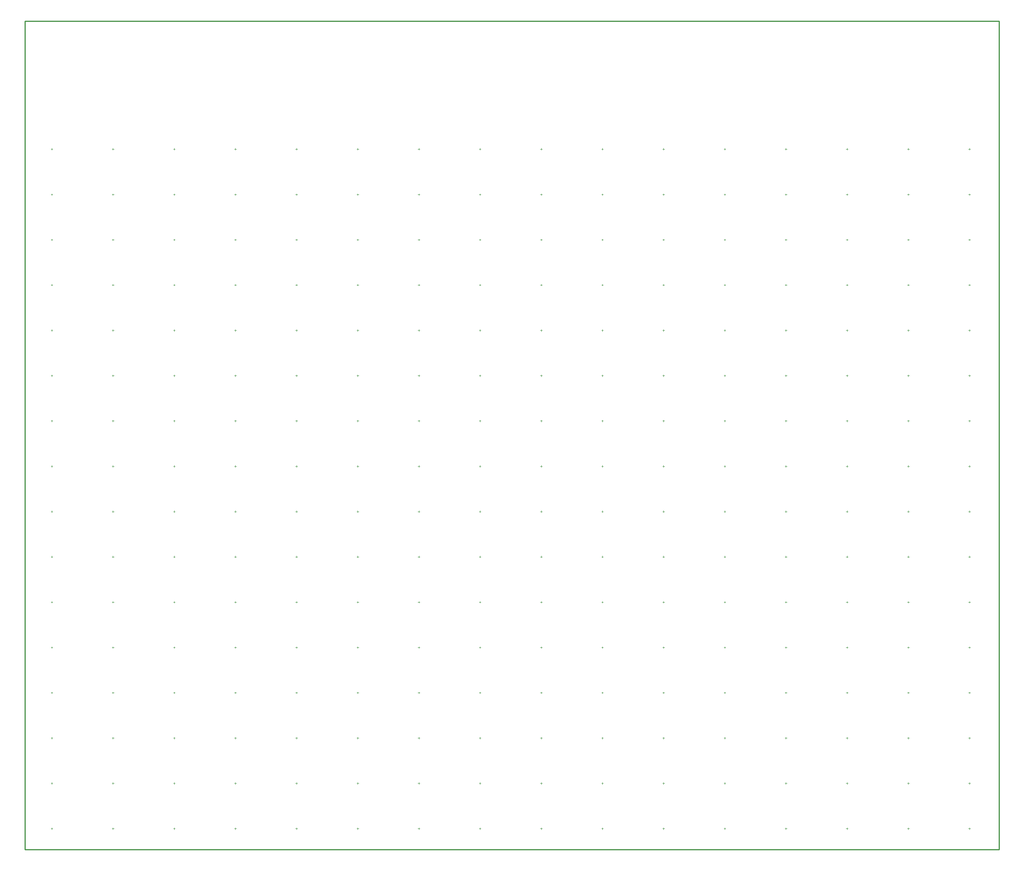
<source format=gbr>
G04 Layer_Color=16711935*
%FSLAX45Y45*%
%MOMM*%
%TF.FileFunction,Other,Board_Outline*%
%TF.Part,Single*%
G01*
G75*
%TA.AperFunction,NonConductor*%
%ADD16C,0.25400*%
%ADD22C,0.10000*%
D16*
X8300000Y11160000D02*
Y29450000D01*
Y11160000D02*
X29800000D01*
Y29450000D01*
X8300000D02*
X29800000D01*
D22*
X8872002Y11625402D02*
X8912001D01*
X8892002Y11605402D02*
Y11645402D01*
X10221996Y11625402D02*
X10261996D01*
X10241996Y11605402D02*
Y11645402D01*
X11571996Y11625402D02*
X11611996D01*
X11591996Y11605402D02*
Y11645402D01*
X12922002Y11625402D02*
X12962001D01*
X12942001Y11605402D02*
Y11645402D01*
X14271996Y11625402D02*
X14311996D01*
X14291995Y11605402D02*
Y11645402D01*
X15622002Y11625402D02*
X15662001D01*
X15642001Y11605402D02*
Y11645402D01*
X16972002Y11625402D02*
X17012001D01*
X16992001Y11605402D02*
Y11645402D01*
X18321996Y11625402D02*
X18361995D01*
X18341995Y11605402D02*
Y11645402D01*
X21022000Y11625402D02*
X21062000D01*
X21042000Y11605402D02*
Y11645402D01*
X22371996Y11625402D02*
X22411995D01*
X22391995Y11605402D02*
Y11645402D01*
X23722000Y11625402D02*
X23762000D01*
X23742000Y11605402D02*
Y11645402D01*
X25072000Y11625402D02*
X25112000D01*
X25092000Y11605402D02*
Y11645402D01*
X26421994Y11625402D02*
X26461993D01*
X26441995Y11605402D02*
Y11645402D01*
X8872002Y12625400D02*
X8912001D01*
X8892002Y12605400D02*
Y12645400D01*
X10222001Y12625400D02*
X10262001D01*
X10242001Y12605400D02*
Y12645400D01*
X11572001Y12625400D02*
X11612001D01*
X11592001Y12605400D02*
Y12645400D01*
X12922002Y12625400D02*
X12962001D01*
X12942001Y12605400D02*
Y12645400D01*
X15621996Y12625400D02*
X15661996D01*
X15641995Y12605400D02*
Y12645400D01*
X16971996Y12625400D02*
X17011995D01*
X16991995Y12605400D02*
Y12645400D01*
X18321996Y12625400D02*
X18361995D01*
X18341995Y12605400D02*
Y12645400D01*
X19672000Y12625400D02*
X19712000D01*
X19692000Y12605400D02*
Y12645400D01*
X21022000Y12625400D02*
X21062000D01*
X21042000Y12605400D02*
Y12645400D01*
X22372000Y12625400D02*
X22412000D01*
X22392000Y12605400D02*
Y12645400D01*
X23721996Y12625400D02*
X23761995D01*
X23741995Y12605400D02*
Y12645400D01*
X25072000Y12625400D02*
X25112000D01*
X25092000Y12605400D02*
Y12645400D01*
X26421994Y12625400D02*
X26461993D01*
X26441995Y12605400D02*
Y12645400D01*
X27771994Y12625400D02*
X27811993D01*
X27791995Y12605400D02*
Y12645400D01*
X29122000Y12625400D02*
X29162000D01*
X29141998Y12605400D02*
Y12645400D01*
X8871996Y13625398D02*
X8911996D01*
X8891996Y13605399D02*
Y13645398D01*
X10221996Y13625398D02*
X10261996D01*
X10241996Y13605399D02*
Y13645398D01*
X11572001Y13625398D02*
X11612001D01*
X11592001Y13605399D02*
Y13645398D01*
X12921996Y13625398D02*
X12961996D01*
X12941995Y13605399D02*
Y13645398D01*
X14271996Y13625398D02*
X14311996D01*
X14291995Y13605399D02*
Y13645398D01*
X15622002Y13625398D02*
X15662001D01*
X15642001Y13605399D02*
Y13645398D01*
X16972002Y13625398D02*
X17012001D01*
X16992001Y13605399D02*
Y13645398D01*
X18321996Y13625398D02*
X18361995D01*
X18341995Y13605399D02*
Y13645398D01*
X19672000Y13625398D02*
X19712000D01*
X19692000Y13605399D02*
Y13645398D01*
X21022000Y13625398D02*
X21062000D01*
X21042000Y13605399D02*
Y13645398D01*
X22372000Y13625398D02*
X22412000D01*
X22392000Y13605399D02*
Y13645398D01*
X23722000Y13625398D02*
X23762000D01*
X23742000Y13605399D02*
Y13645398D01*
X25072000Y13625398D02*
X25112000D01*
X25092000Y13605399D02*
Y13645398D01*
X26422000Y13625398D02*
X26462000D01*
X26441998Y13605399D02*
Y13645398D01*
X27772000Y13625398D02*
X27812000D01*
X27791998Y13605399D02*
Y13645398D01*
X29122000Y13625398D02*
X29162000D01*
X29141998Y13605399D02*
Y13645398D01*
X8872002Y14625401D02*
X8912001D01*
X8892002Y14605402D02*
Y14645401D01*
X10222001Y14625401D02*
X10262001D01*
X10242001Y14605402D02*
Y14645401D01*
X11572001Y14625401D02*
X11612001D01*
X11592001Y14605402D02*
Y14645401D01*
X12922002Y14625401D02*
X12962001D01*
X12942001Y14605402D02*
Y14645401D01*
X14272002Y14625401D02*
X14312001D01*
X14292001Y14605402D02*
Y14645401D01*
X15621996Y14625401D02*
X15661996D01*
X15641995Y14605402D02*
Y14645401D01*
X16971996Y14625401D02*
X17011995D01*
X16991995Y14605402D02*
Y14645401D01*
X18321996Y14625401D02*
X18361995D01*
X18341995Y14605402D02*
Y14645401D01*
X19671996Y14625401D02*
X19711995D01*
X19691995Y14605402D02*
Y14645401D01*
X21021996Y14625401D02*
X21061995D01*
X21041995Y14605402D02*
Y14645401D01*
X22371996Y14625401D02*
X22411995D01*
X22391995Y14605402D02*
Y14645401D01*
X23721996Y14625401D02*
X23761995D01*
X23741995Y14605402D02*
Y14645401D01*
X25071996Y14625401D02*
X25111993D01*
X25091995Y14605402D02*
Y14645401D01*
X26421994Y14625401D02*
X26461993D01*
X26441995Y14605402D02*
Y14645401D01*
X27772000Y14625401D02*
X27812000D01*
X27791998Y14605402D02*
Y14645401D01*
X29122000Y14625397D02*
X29162000D01*
X29141998Y14605396D02*
Y14645396D01*
X8872002Y15625398D02*
X8912001D01*
X8892002Y15605399D02*
Y15645399D01*
X10222001Y15625398D02*
X10262001D01*
X10242001Y15605399D02*
Y15645399D01*
X11572001Y15625398D02*
X11612001D01*
X11592001Y15605399D02*
Y15645399D01*
X12922002Y15625398D02*
X12962001D01*
X12942001Y15605399D02*
Y15645399D01*
X14271996Y15625398D02*
X14311996D01*
X14291995Y15605399D02*
Y15645399D01*
X15621996Y15625398D02*
X15661996D01*
X15641995Y15605399D02*
Y15645399D01*
X16971996Y15625398D02*
X17011995D01*
X16991995Y15605399D02*
Y15645399D01*
X18321996Y15625398D02*
X18361995D01*
X18341995Y15605399D02*
Y15645399D01*
X19672000Y15625398D02*
X19712000D01*
X19692000Y15605399D02*
Y15645399D01*
X21022000Y15625398D02*
X21062000D01*
X21042000Y15605399D02*
Y15645399D01*
X22371996Y15625398D02*
X22411995D01*
X22391995Y15605399D02*
Y15645399D01*
X23721996Y15625398D02*
X23761995D01*
X23741995Y15605399D02*
Y15645399D01*
X25072000Y15625398D02*
X25112000D01*
X25092000Y15605399D02*
Y15645399D01*
X26422000Y15625398D02*
X26462000D01*
X26441998Y15605399D02*
Y15645399D01*
X27772000Y15625398D02*
X27812000D01*
X27791998Y15605399D02*
Y15645399D01*
X29122000Y15625398D02*
X29162000D01*
X29141998Y15605399D02*
Y15645399D01*
X8871996Y16625397D02*
X8911996D01*
X8891996Y16605397D02*
Y16645396D01*
X10221996Y16625397D02*
X10261996D01*
X10241996Y16605397D02*
Y16645396D01*
X11571996Y16625397D02*
X11611996D01*
X11591996Y16605397D02*
Y16645396D01*
X12921996Y16625397D02*
X12961996D01*
X12941995Y16605397D02*
Y16645396D01*
X14271996Y16625397D02*
X14311996D01*
X14291995Y16605397D02*
Y16645396D01*
X15621996Y16625397D02*
X15661996D01*
X15641995Y16605397D02*
Y16645396D01*
X16971996Y16625397D02*
X17011995D01*
X16991995Y16605397D02*
Y16645396D01*
X18322000Y16625397D02*
X18362000D01*
X18342000Y16605397D02*
Y16645396D01*
X19672000Y16625397D02*
X19712000D01*
X19692000Y16605397D02*
Y16645396D01*
X21021996Y16625397D02*
X21061995D01*
X21041995Y16605397D02*
Y16645396D01*
X22372000Y16625397D02*
X22412000D01*
X22392000Y16605397D02*
Y16645396D01*
X23722000Y16625397D02*
X23762000D01*
X23742000Y16605397D02*
Y16645396D01*
X25072000Y16625397D02*
X25112000D01*
X25092000Y16605397D02*
Y16645396D01*
X26422000Y16625397D02*
X26462000D01*
X26441998Y16605397D02*
Y16645396D01*
X27772000Y16625397D02*
X27812000D01*
X27791998Y16605397D02*
Y16645396D01*
X29122000Y16625397D02*
X29162000D01*
X29141998Y16605397D02*
Y16645396D01*
X8872002Y17625395D02*
X8912001D01*
X8892002Y17605396D02*
Y17645395D01*
X10222001Y17625395D02*
X10262001D01*
X10242001Y17605396D02*
Y17645395D01*
X11572001Y17625395D02*
X11612001D01*
X11592001Y17605396D02*
Y17645395D01*
X12922002Y17625395D02*
X12962001D01*
X12942001Y17605396D02*
Y17645395D01*
X14272002Y17625395D02*
X14312001D01*
X14292001Y17605396D02*
Y17645395D01*
X15622002Y17625395D02*
X15662001D01*
X15642001Y17605396D02*
Y17645395D01*
X16972002Y17625395D02*
X17012001D01*
X16992001Y17605396D02*
Y17645395D01*
X18322000Y17625395D02*
X18362000D01*
X18342000Y17605396D02*
Y17645395D01*
X19672000Y17625395D02*
X19712000D01*
X19692000Y17605396D02*
Y17645395D01*
X21022000Y17625395D02*
X21062000D01*
X21042000Y17605396D02*
Y17645395D01*
X22372000Y17625395D02*
X22412000D01*
X22392000Y17605396D02*
Y17645395D01*
X23722000Y17625395D02*
X23762000D01*
X23742000Y17605396D02*
Y17645395D01*
X25072000Y17625395D02*
X25112000D01*
X25092000Y17605396D02*
Y17645395D01*
X26422000Y17625395D02*
X26462000D01*
X26441998Y17605396D02*
Y17645395D01*
X27772000Y17625395D02*
X27812000D01*
X27791998Y17605396D02*
Y17645395D01*
X29122000Y17625395D02*
X29162000D01*
X29141998Y17605396D02*
Y17645395D01*
X8871996Y18625398D02*
X8911996D01*
X8891996Y18605399D02*
Y18645398D01*
X10221996Y18625398D02*
X10261996D01*
X10241996Y18605399D02*
Y18645398D01*
X11571996Y18625398D02*
X11611996D01*
X11591996Y18605399D02*
Y18645398D01*
X12921996Y18625398D02*
X12961996D01*
X12941995Y18605399D02*
Y18645398D01*
X14271996Y18625398D02*
X14311996D01*
X14291995Y18605399D02*
Y18645398D01*
X15621996Y18625398D02*
X15661996D01*
X15641995Y18605399D02*
Y18645398D01*
X16972002Y18625398D02*
X17012001D01*
X16992001Y18605399D02*
Y18645398D01*
X18321996Y18625398D02*
X18361995D01*
X18341995Y18605399D02*
Y18645398D01*
X19671996Y18625398D02*
X19711995D01*
X19691995Y18605399D02*
Y18645398D01*
X21021996Y18625398D02*
X21061995D01*
X21041995Y18605399D02*
Y18645398D01*
X22371996Y18625398D02*
X22411995D01*
X22391995Y18605399D02*
Y18645398D01*
X23721996Y18625398D02*
X23761995D01*
X23741995Y18605399D02*
Y18645398D01*
X25071996Y18625398D02*
X25111993D01*
X25091995Y18605399D02*
Y18645398D01*
X26421994Y18625398D02*
X26461993D01*
X26441995Y18605399D02*
Y18645398D01*
X27771994Y18625398D02*
X27811993D01*
X27791995Y18605399D02*
Y18645398D01*
X29122000Y18625398D02*
X29162000D01*
X29141998Y18605399D02*
Y18645398D01*
X8871996Y19625397D02*
X8911996D01*
X8891996Y19605396D02*
Y19645396D01*
X10221996Y19625397D02*
X10261996D01*
X10241996Y19605396D02*
Y19645396D01*
X11571996Y19625397D02*
X11611996D01*
X11591996Y19605396D02*
Y19645396D01*
X12922002Y19625397D02*
X12962001D01*
X12942001Y19605396D02*
Y19645396D01*
X14271996Y19625397D02*
X14311996D01*
X14291995Y19605396D02*
Y19645396D01*
X15621996Y19625397D02*
X15661996D01*
X15641995Y19605396D02*
Y19645396D01*
X16971996Y19625397D02*
X17011995D01*
X16991995Y19605396D02*
Y19645396D01*
X18321996Y19625397D02*
X18361995D01*
X18341995Y19605396D02*
Y19645396D01*
X19672000Y19625397D02*
X19712000D01*
X19692000Y19605396D02*
Y19645396D01*
X21022000Y19625397D02*
X21062000D01*
X21042000Y19605396D02*
Y19645396D01*
X22372000Y19625397D02*
X22412000D01*
X22392000Y19605396D02*
Y19645396D01*
X23721996Y19625397D02*
X23761995D01*
X23741995Y19605396D02*
Y19645396D01*
X25071996Y19625397D02*
X25111993D01*
X25091995Y19605396D02*
Y19645396D01*
X26421994Y19625397D02*
X26461993D01*
X26441995Y19605396D02*
Y19645396D01*
X27771994Y19625397D02*
X27811993D01*
X27791995Y19605396D02*
Y19645396D01*
X29122000Y19625397D02*
X29162000D01*
X29141998Y19605396D02*
Y19645396D01*
X8871996Y20625394D02*
X8911996D01*
X8891996Y20605394D02*
Y20645393D01*
X10221996Y20625394D02*
X10261996D01*
X10241996Y20605394D02*
Y20645393D01*
X11571996Y20625394D02*
X11611996D01*
X11591996Y20605394D02*
Y20645393D01*
X12921996Y20625394D02*
X12961996D01*
X12941995Y20605394D02*
Y20645393D01*
X14272002Y20625394D02*
X14312001D01*
X14292001Y20605394D02*
Y20645393D01*
X15621996Y20625394D02*
X15661996D01*
X15641995Y20605394D02*
Y20645393D01*
X16971996Y20625394D02*
X17011995D01*
X16991995Y20605394D02*
Y20645393D01*
X18321996Y20625394D02*
X18361995D01*
X18341995Y20605394D02*
Y20645393D01*
X19671996Y20625394D02*
X19711995D01*
X19691995Y20605394D02*
Y20645393D01*
X21021996Y20625394D02*
X21061995D01*
X21041995Y20605394D02*
Y20645393D01*
X22371996Y20625394D02*
X22411995D01*
X22391995Y20605394D02*
Y20645393D01*
X23721996Y20625394D02*
X23761995D01*
X23741995Y20605394D02*
Y20645393D01*
X25071996Y20625394D02*
X25111993D01*
X25091995Y20605394D02*
Y20645393D01*
X26421994Y20625394D02*
X26461993D01*
X26441995Y20605394D02*
Y20645393D01*
X27771994Y20625394D02*
X27811993D01*
X27791995Y20605394D02*
Y20645393D01*
X29122000Y20625398D02*
X29162000D01*
X29141998Y20605399D02*
Y20645399D01*
X8872002Y21625397D02*
X8912001D01*
X8892002Y21605397D02*
Y21645396D01*
X10222001Y21625397D02*
X10262001D01*
X10242001Y21605397D02*
Y21645396D01*
X11571996Y21625397D02*
X11611996D01*
X11591996Y21605397D02*
Y21645396D01*
X12922002Y21625397D02*
X12962001D01*
X12942001Y21605397D02*
Y21645396D01*
X14272002Y21625397D02*
X14312001D01*
X14292001Y21605397D02*
Y21645396D01*
X15621996Y21625397D02*
X15661996D01*
X15641995Y21605397D02*
Y21645396D01*
X16971996Y21625397D02*
X17011995D01*
X16991995Y21605397D02*
Y21645396D01*
X18321996Y21625397D02*
X18361995D01*
X18341995Y21605397D02*
Y21645396D01*
X19671996Y21625397D02*
X19711995D01*
X19691995Y21605397D02*
Y21645396D01*
X21022000Y21625397D02*
X21062000D01*
X21042000Y21605397D02*
Y21645396D01*
X22371996Y21625397D02*
X22411995D01*
X22391995Y21605397D02*
Y21645396D01*
X23721996Y21625397D02*
X23761995D01*
X23741995Y21605397D02*
Y21645396D01*
X25071996Y21625397D02*
X25111993D01*
X25091995Y21605397D02*
Y21645396D01*
X26421994Y21625397D02*
X26461993D01*
X26441995Y21605397D02*
Y21645396D01*
X27771994Y21625397D02*
X27811993D01*
X27791995Y21605397D02*
Y21645396D01*
X29122000Y21625397D02*
X29162000D01*
X29141998Y21605397D02*
Y21645396D01*
X8872002Y22625395D02*
X8912001D01*
X8892002Y22605396D02*
Y22645395D01*
X10222001Y22625395D02*
X10262001D01*
X10242001Y22605396D02*
Y22645395D01*
X11572001Y22625395D02*
X11612001D01*
X11592001Y22605396D02*
Y22645395D01*
X12922002Y22625395D02*
X12962001D01*
X12942001Y22605396D02*
Y22645395D01*
X14272002Y22625395D02*
X14312001D01*
X14292001Y22605396D02*
Y22645395D01*
X15622002Y22625395D02*
X15662001D01*
X15642001Y22605396D02*
Y22645395D01*
X16972002Y22625395D02*
X17012001D01*
X16992001Y22605396D02*
Y22645395D01*
X18321996Y22625395D02*
X18361995D01*
X18341995Y22605396D02*
Y22645395D01*
X19672000Y22625395D02*
X19712000D01*
X19692000Y22605396D02*
Y22645395D01*
X21021996Y22625395D02*
X21061995D01*
X21041995Y22605396D02*
Y22645395D01*
X22371996Y22625395D02*
X22411995D01*
X22391995Y22605396D02*
Y22645395D01*
X23722000Y22625395D02*
X23762000D01*
X23742000Y22605396D02*
Y22645395D01*
X25072000Y22625395D02*
X25112000D01*
X25092000Y22605396D02*
Y22645395D01*
X26422000Y22625395D02*
X26462000D01*
X26441998Y22605396D02*
Y22645395D01*
X27772000Y22625395D02*
X27812000D01*
X27791998Y22605396D02*
Y22645395D01*
X29122000Y22625395D02*
X29162000D01*
X29141998Y22605396D02*
Y22645395D01*
X8872002Y23625394D02*
X8912001D01*
X8892002Y23605392D02*
Y23645393D01*
X10222001Y23625394D02*
X10262001D01*
X10242001Y23605392D02*
Y23645393D01*
X11571996Y23625394D02*
X11611996D01*
X11591996Y23605392D02*
Y23645393D01*
X12922002Y23625394D02*
X12962001D01*
X12942001Y23605392D02*
Y23645393D01*
X14271996Y23625394D02*
X14311996D01*
X14291995Y23605392D02*
Y23645393D01*
X15621996Y23625394D02*
X15661996D01*
X15641995Y23605392D02*
Y23645393D01*
X16971996Y23625394D02*
X17011995D01*
X16991995Y23605392D02*
Y23645393D01*
X18322000Y23625394D02*
X18362000D01*
X18342000Y23605392D02*
Y23645393D01*
X19671996Y23625394D02*
X19711995D01*
X19691995Y23605392D02*
Y23645393D01*
X21021996Y23625394D02*
X21061995D01*
X21041995Y23605392D02*
Y23645393D01*
X22371996Y23625394D02*
X22411995D01*
X22391995Y23605392D02*
Y23645393D01*
X23722000Y23625394D02*
X23762000D01*
X23742000Y23605392D02*
Y23645393D01*
X25072000Y23625394D02*
X25112000D01*
X25092000Y23605392D02*
Y23645393D01*
X26422000Y23625394D02*
X26462000D01*
X26441998Y23605392D02*
Y23645393D01*
X27772000Y23625394D02*
X27812000D01*
X27791998Y23605392D02*
Y23645393D01*
X29122000Y23625398D02*
X29162000D01*
X29141998Y23605399D02*
Y23645398D01*
X8871996Y24625397D02*
X8911996D01*
X8891996Y24605397D02*
Y24645396D01*
X10222001Y24625397D02*
X10262001D01*
X10242001Y24605397D02*
Y24645396D01*
X11572001Y24625397D02*
X11612001D01*
X11592001Y24605397D02*
Y24645396D01*
X12922002Y24625397D02*
X12962001D01*
X12942001Y24605397D02*
Y24645396D01*
X14272002Y24625397D02*
X14312001D01*
X14292001Y24605397D02*
Y24645396D01*
X15621996Y24625397D02*
X15661996D01*
X15641995Y24605397D02*
Y24645396D01*
X16971996Y24625397D02*
X17011995D01*
X16991995Y24605397D02*
Y24645396D01*
X18321996Y24625397D02*
X18361995D01*
X18341995Y24605397D02*
Y24645396D01*
X19672000Y24625397D02*
X19712000D01*
X19692000Y24605397D02*
Y24645396D01*
X21021996Y24625397D02*
X21061995D01*
X21041995Y24605397D02*
Y24645396D01*
X22372000Y24625397D02*
X22412000D01*
X22392000Y24605397D02*
Y24645396D01*
X23721996Y24625397D02*
X23761995D01*
X23741995Y24605397D02*
Y24645396D01*
X25071996Y24625397D02*
X25111993D01*
X25091995Y24605397D02*
Y24645396D01*
X26421994Y24625397D02*
X26461993D01*
X26441995Y24605397D02*
Y24645396D01*
X27771994Y24625397D02*
X27811993D01*
X27791995Y24605397D02*
Y24645396D01*
X29122000Y24625397D02*
X29162000D01*
X29141998Y24605397D02*
Y24645396D01*
X8872002Y25625394D02*
X8912001D01*
X8892002Y25605396D02*
Y25645395D01*
X10222001Y25625394D02*
X10262001D01*
X10242001Y25605396D02*
Y25645395D01*
X11572001Y25625394D02*
X11612001D01*
X11592001Y25605396D02*
Y25645395D01*
X12922002Y25625394D02*
X12962001D01*
X12942001Y25605396D02*
Y25645395D01*
X14272002Y25625394D02*
X14312001D01*
X14292001Y25605396D02*
Y25645395D01*
X15621996Y25625394D02*
X15661996D01*
X15641995Y25605396D02*
Y25645395D01*
X16971996Y25625394D02*
X17011995D01*
X16991995Y25605396D02*
Y25645395D01*
X18322000Y25625394D02*
X18362000D01*
X18342000Y25605396D02*
Y25645395D01*
X19672000Y25625394D02*
X19712000D01*
X19692000Y25605396D02*
Y25645395D01*
X21022000Y25625394D02*
X21062000D01*
X21042000Y25605396D02*
Y25645395D01*
X22371996Y25625394D02*
X22411995D01*
X22391995Y25605396D02*
Y25645395D01*
X23722000Y25625394D02*
X23762000D01*
X23742000Y25605396D02*
Y25645395D01*
X25071996Y25625394D02*
X25111993D01*
X25091995Y25605396D02*
Y25645395D01*
X26421994Y25625394D02*
X26461993D01*
X26441995Y25605396D02*
Y25645395D01*
X27771994Y25625394D02*
X27811993D01*
X27791995Y25605396D02*
Y25645395D01*
X29122000Y25625394D02*
X29162000D01*
X29141998Y25605396D02*
Y25645395D01*
X8871996Y26625397D02*
X8911996D01*
X8891996Y26605399D02*
Y26645398D01*
X10222001Y26625397D02*
X10262001D01*
X10242001Y26605399D02*
Y26645398D01*
X11572001Y26625397D02*
X11612001D01*
X11592001Y26605399D02*
Y26645398D01*
X12922002Y26625397D02*
X12962001D01*
X12942001Y26605399D02*
Y26645398D01*
X14272002Y26625397D02*
X14312001D01*
X14292001Y26605399D02*
Y26645398D01*
X15622002Y26625397D02*
X15662001D01*
X15642001Y26605399D02*
Y26645398D01*
X16972002Y26625397D02*
X17012001D01*
X16992001Y26605399D02*
Y26645398D01*
X18322000Y26625397D02*
X18362000D01*
X18342000Y26605399D02*
Y26645398D01*
X19672000Y26625397D02*
X19712000D01*
X19692000Y26605399D02*
Y26645398D01*
X21022000Y26625397D02*
X21062000D01*
X21042000Y26605399D02*
Y26645398D01*
X22371996Y26625397D02*
X22411995D01*
X22391995Y26605399D02*
Y26645398D01*
X23722000Y26625397D02*
X23762000D01*
X23742000Y26605399D02*
Y26645398D01*
X25072000Y26625397D02*
X25112000D01*
X25092000Y26605399D02*
Y26645398D01*
X26422000Y26625397D02*
X26462000D01*
X26441998Y26605399D02*
Y26645398D01*
X27771994Y26625397D02*
X27811993D01*
X27791995Y26605399D02*
Y26645398D01*
X29122000Y26625397D02*
X29162000D01*
X29141998Y26605399D02*
Y26645398D01*
X19672000Y11625402D02*
X19712000D01*
X19692000Y11605402D02*
Y11645402D01*
X29122000Y11625397D02*
X29162000D01*
X29141998Y11605397D02*
Y11645397D01*
X27772000Y11625402D02*
X27812000D01*
X27791998Y11605402D02*
Y11645402D01*
X14272002Y12625400D02*
X14312001D01*
X14292001Y12605400D02*
Y12645400D01*
%TF.MD5,561d01945dadf95774918fd122baa5eb*%
M02*

</source>
